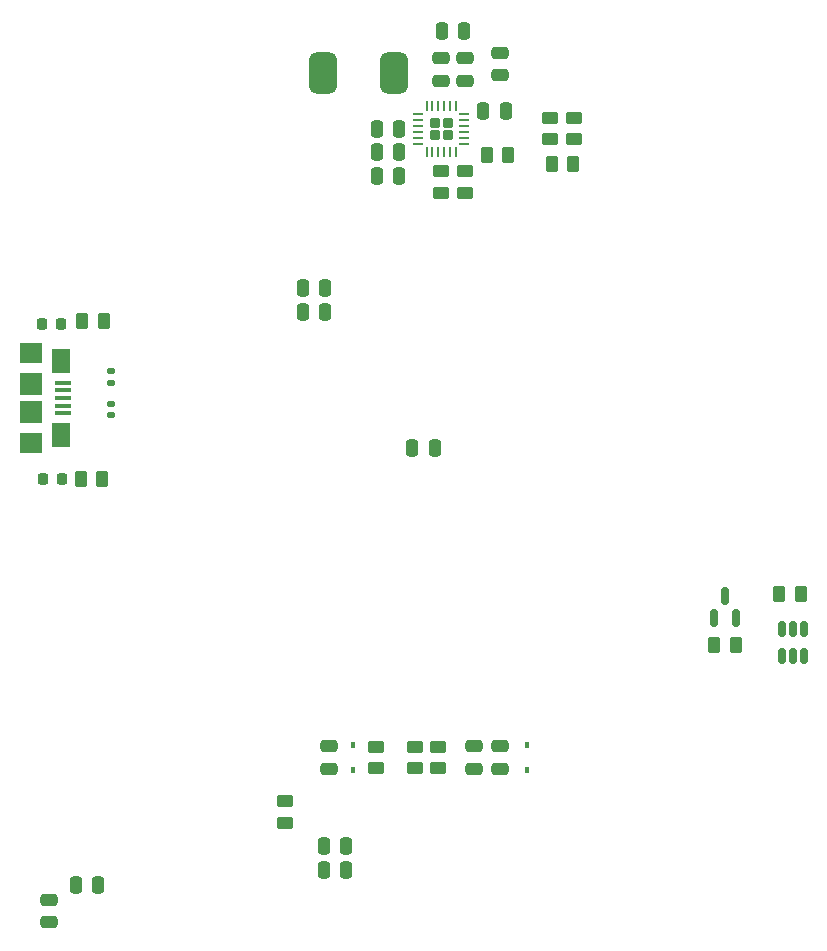
<source format=gbr>
%TF.GenerationSoftware,KiCad,Pcbnew,(6.0.5)*%
%TF.CreationDate,2023-05-26T17:46:03+02:00*%
%TF.ProjectId,EDUEXO-custom-PCB,45445545-584f-42d6-9375-73746f6d2d50,rev?*%
%TF.SameCoordinates,Original*%
%TF.FileFunction,Paste,Top*%
%TF.FilePolarity,Positive*%
%FSLAX46Y46*%
G04 Gerber Fmt 4.6, Leading zero omitted, Abs format (unit mm)*
G04 Created by KiCad (PCBNEW (6.0.5)) date 2023-05-26 17:46:03*
%MOMM*%
%LPD*%
G01*
G04 APERTURE LIST*
G04 Aperture macros list*
%AMRoundRect*
0 Rectangle with rounded corners*
0 $1 Rounding radius*
0 $2 $3 $4 $5 $6 $7 $8 $9 X,Y pos of 4 corners*
0 Add a 4 corners polygon primitive as box body*
4,1,4,$2,$3,$4,$5,$6,$7,$8,$9,$2,$3,0*
0 Add four circle primitives for the rounded corners*
1,1,$1+$1,$2,$3*
1,1,$1+$1,$4,$5*
1,1,$1+$1,$6,$7*
1,1,$1+$1,$8,$9*
0 Add four rect primitives between the rounded corners*
20,1,$1+$1,$2,$3,$4,$5,0*
20,1,$1+$1,$4,$5,$6,$7,0*
20,1,$1+$1,$6,$7,$8,$9,0*
20,1,$1+$1,$8,$9,$2,$3,0*%
G04 Aperture macros list end*
%ADD10RoundRect,0.250000X0.250000X0.475000X-0.250000X0.475000X-0.250000X-0.475000X0.250000X-0.475000X0*%
%ADD11RoundRect,0.250000X-0.475000X0.250000X-0.475000X-0.250000X0.475000X-0.250000X0.475000X0.250000X0*%
%ADD12RoundRect,0.250000X0.262500X0.450000X-0.262500X0.450000X-0.262500X-0.450000X0.262500X-0.450000X0*%
%ADD13RoundRect,0.250000X0.475000X-0.250000X0.475000X0.250000X-0.475000X0.250000X-0.475000X-0.250000X0*%
%ADD14RoundRect,0.250000X0.450000X-0.262500X0.450000X0.262500X-0.450000X0.262500X-0.450000X-0.262500X0*%
%ADD15RoundRect,0.147500X-0.172500X0.147500X-0.172500X-0.147500X0.172500X-0.147500X0.172500X0.147500X0*%
%ADD16R,0.450000X0.600000*%
%ADD17RoundRect,0.250000X-0.250000X-0.475000X0.250000X-0.475000X0.250000X0.475000X-0.250000X0.475000X0*%
%ADD18RoundRect,0.250000X-0.262500X-0.450000X0.262500X-0.450000X0.262500X0.450000X-0.262500X0.450000X0*%
%ADD19RoundRect,0.220000X0.220000X-0.220000X0.220000X0.220000X-0.220000X0.220000X-0.220000X-0.220000X0*%
%ADD20RoundRect,0.062500X0.062500X-0.375000X0.062500X0.375000X-0.062500X0.375000X-0.062500X-0.375000X0*%
%ADD21RoundRect,0.062500X0.375000X-0.062500X0.375000X0.062500X-0.375000X0.062500X-0.375000X-0.062500X0*%
%ADD22RoundRect,0.250000X-0.450000X0.262500X-0.450000X-0.262500X0.450000X-0.262500X0.450000X0.262500X0*%
%ADD23RoundRect,0.150000X-0.150000X0.512500X-0.150000X-0.512500X0.150000X-0.512500X0.150000X0.512500X0*%
%ADD24RoundRect,0.218750X-0.218750X-0.256250X0.218750X-0.256250X0.218750X0.256250X-0.218750X0.256250X0*%
%ADD25RoundRect,0.150000X0.150000X-0.587500X0.150000X0.587500X-0.150000X0.587500X-0.150000X-0.587500X0*%
%ADD26RoundRect,0.147500X0.172500X-0.147500X0.172500X0.147500X-0.172500X0.147500X-0.172500X-0.147500X0*%
%ADD27RoundRect,0.587500X-0.587500X-1.162500X0.587500X-1.162500X0.587500X1.162500X-0.587500X1.162500X0*%
%ADD28R,1.350000X0.400000*%
%ADD29R,1.600000X2.100000*%
%ADD30R,1.900000X1.800000*%
%ADD31R,1.900000X1.900000*%
G04 APERTURE END LIST*
D10*
%TO.C,C11*%
X192150000Y-129032000D03*
X190250000Y-129032000D03*
%TD*%
D11*
%TO.C,C15*%
X168750000Y-178800000D03*
X168750000Y-180700000D03*
%TD*%
D12*
%TO.C,R8*%
X207662500Y-115750000D03*
X205837500Y-115750000D03*
%TD*%
D13*
%TO.C,C7*%
X204000000Y-109450000D03*
X204000000Y-107550000D03*
%TD*%
D14*
%TO.C,R2*%
X199750000Y-167662500D03*
X199750000Y-165837500D03*
%TD*%
D15*
%TO.C,D6*%
X174000000Y-134015000D03*
X174000000Y-134985000D03*
%TD*%
D16*
%TO.C,D4*%
X194500000Y-165700000D03*
X194500000Y-167800000D03*
%TD*%
D17*
%TO.C,C4*%
X202050000Y-105250000D03*
X203950000Y-105250000D03*
%TD*%
D14*
%TO.C,R9*%
X202000000Y-118912500D03*
X202000000Y-117087500D03*
%TD*%
D10*
%TO.C,C16*%
X198450000Y-115500000D03*
X196550000Y-115500000D03*
%TD*%
D13*
%TO.C,C6*%
X207000000Y-108950000D03*
X207000000Y-107050000D03*
%TD*%
D14*
%TO.C,R10*%
X211228000Y-114374500D03*
X211228000Y-112549500D03*
%TD*%
D18*
%TO.C,R14*%
X171453500Y-143180000D03*
X173278500Y-143180000D03*
%TD*%
D12*
%TO.C,R6*%
X232412500Y-152862500D03*
X230587500Y-152862500D03*
%TD*%
D17*
%TO.C,C13*%
X192050000Y-174250000D03*
X193950000Y-174250000D03*
%TD*%
D19*
%TO.C,U2*%
X202525000Y-114025000D03*
X201475000Y-112975000D03*
X202525000Y-112975000D03*
X201475000Y-114025000D03*
D20*
X200750000Y-115437500D03*
X201250000Y-115437500D03*
X201750000Y-115437500D03*
X202250000Y-115437500D03*
X202750000Y-115437500D03*
X203250000Y-115437500D03*
D21*
X203937500Y-114750000D03*
X203937500Y-114250000D03*
X203937500Y-113750000D03*
X203937500Y-113250000D03*
X203937500Y-112750000D03*
X203937500Y-112250000D03*
D20*
X203250000Y-111562500D03*
X202750000Y-111562500D03*
X202250000Y-111562500D03*
X201750000Y-111562500D03*
X201250000Y-111562500D03*
X200750000Y-111562500D03*
D21*
X200062500Y-112250000D03*
X200062500Y-112750000D03*
X200062500Y-113250000D03*
X200062500Y-113750000D03*
X200062500Y-114250000D03*
X200062500Y-114750000D03*
%TD*%
D17*
%TO.C,C5*%
X205550000Y-112000000D03*
X207450000Y-112000000D03*
%TD*%
%TO.C,C12*%
X192050000Y-176282000D03*
X193950000Y-176282000D03*
%TD*%
D11*
%TO.C,C2*%
X192500000Y-165800000D03*
X192500000Y-167700000D03*
%TD*%
D10*
%TO.C,C1*%
X198450000Y-117500000D03*
X196550000Y-117500000D03*
%TD*%
D22*
%TO.C,R3*%
X196500000Y-165837500D03*
X196500000Y-167662500D03*
%TD*%
D23*
%TO.C,Q2*%
X232700000Y-155862500D03*
X231750000Y-155862500D03*
X230800000Y-155862500D03*
X230800000Y-158137500D03*
X231750000Y-158137500D03*
X232700000Y-158137500D03*
%TD*%
D10*
%TO.C,C10*%
X192150000Y-127000000D03*
X190250000Y-127000000D03*
%TD*%
D24*
%TO.C,D3*%
X168212500Y-130000000D03*
X169787500Y-130000000D03*
%TD*%
D18*
%TO.C,R7*%
X225087500Y-157250000D03*
X226912500Y-157250000D03*
%TD*%
D22*
%TO.C,R1*%
X188750000Y-170425000D03*
X188750000Y-172250000D03*
%TD*%
D25*
%TO.C,Q1*%
X225050000Y-154937500D03*
X226950000Y-154937500D03*
X226000000Y-153062500D03*
%TD*%
D11*
%TO.C,C18*%
X207000000Y-165800000D03*
X207000000Y-167700000D03*
%TD*%
D12*
%TO.C,TH1*%
X213162500Y-116500000D03*
X211337500Y-116500000D03*
%TD*%
D17*
%TO.C,C9*%
X199550000Y-140500000D03*
X201450000Y-140500000D03*
%TD*%
D13*
%TO.C,C8*%
X202000000Y-109450000D03*
X202000000Y-107550000D03*
%TD*%
D17*
%TO.C,C14*%
X171050000Y-177500000D03*
X172950000Y-177500000D03*
%TD*%
D26*
%TO.C,D5*%
X174000000Y-137735000D03*
X174000000Y-136765000D03*
%TD*%
D27*
%TO.C,L1*%
X198025000Y-108750000D03*
X191975000Y-108750000D03*
%TD*%
D24*
%TO.C,D2*%
X168276500Y-143180000D03*
X169851500Y-143180000D03*
%TD*%
D16*
%TO.C,D1*%
X209250000Y-165700000D03*
X209250000Y-167800000D03*
%TD*%
D10*
%TO.C,C3*%
X198450000Y-113500000D03*
X196550000Y-113500000D03*
%TD*%
D11*
%TO.C,C17*%
X204750000Y-165800000D03*
X204750000Y-167700000D03*
%TD*%
D22*
%TO.C,R4*%
X201750000Y-165837500D03*
X201750000Y-167662500D03*
%TD*%
%TO.C,R11*%
X213260000Y-112549500D03*
X213260000Y-114374500D03*
%TD*%
D28*
%TO.C,J5*%
X169925000Y-135000000D03*
X169925000Y-135650000D03*
X169925000Y-136300000D03*
X169925000Y-136950000D03*
X169925000Y-137600000D03*
D29*
X169800000Y-133200000D03*
X169800000Y-139400000D03*
D30*
X167250000Y-132500000D03*
D31*
X167250000Y-135100000D03*
X167250000Y-137500000D03*
D30*
X167250000Y-140100000D03*
%TD*%
D18*
%TO.C,R13*%
X171587500Y-129750000D03*
X173412500Y-129750000D03*
%TD*%
D22*
%TO.C,R12*%
X204000000Y-117087500D03*
X204000000Y-118912500D03*
%TD*%
M02*

</source>
